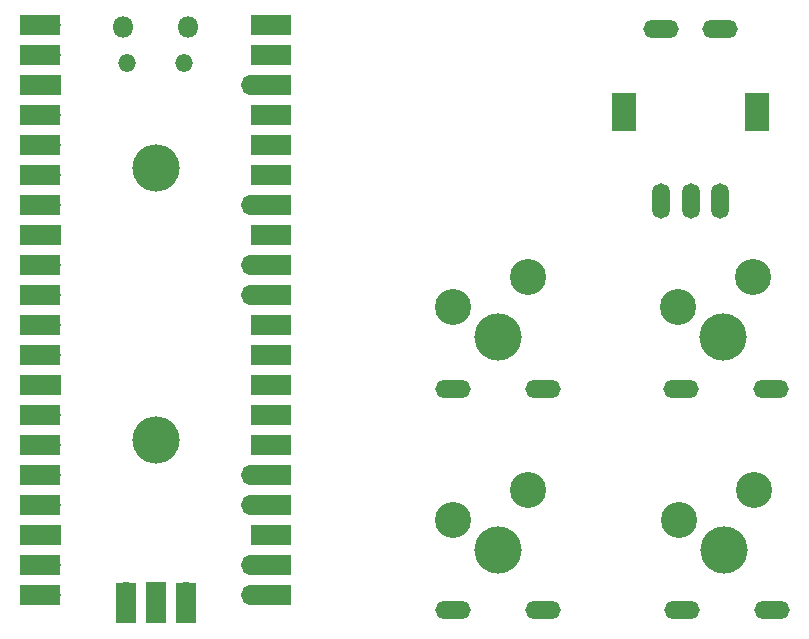
<source format=gbr>
%TF.GenerationSoftware,KiCad,Pcbnew,9.0.2*%
%TF.CreationDate,2025-07-05T11:42:38+02:00*%
%TF.ProjectId,test-stef_6_inter,74657374-2d73-4746-9566-5f365f696e74,rev?*%
%TF.SameCoordinates,Original*%
%TF.FileFunction,Soldermask,Top*%
%TF.FilePolarity,Negative*%
%FSLAX46Y46*%
G04 Gerber Fmt 4.6, Leading zero omitted, Abs format (unit mm)*
G04 Created by KiCad (PCBNEW 9.0.2) date 2025-07-05 11:42:38*
%MOMM*%
%LPD*%
G01*
G04 APERTURE LIST*
%ADD10C,3.050000*%
%ADD11C,4.000000*%
%ADD12O,1.800000X1.800000*%
%ADD13O,1.500000X1.500000*%
%ADD14O,4.000000X4.000000*%
%ADD15O,1.700000X1.700000*%
%ADD16R,3.500000X1.700000*%
%ADD17R,1.700000X1.700000*%
%ADD18O,3.400000X1.700000*%
%ADD19R,1.700000X3.500000*%
%ADD20O,3.000000X1.500000*%
%ADD21O,1.500000X3.000000*%
%ADD22R,2.000000X3.200000*%
G04 APERTURE END LIST*
D10*
%TO.C,SW5*%
X183777000Y-115040000D03*
D11*
X187587000Y-117580000D03*
D10*
X190127000Y-112500000D03*
%TD*%
%TO.C,SW1*%
X164650000Y-97000000D03*
D11*
X168460000Y-99540000D03*
D10*
X171000000Y-94460000D03*
%TD*%
D12*
%TO.C,U1*%
X136721000Y-73282000D03*
D13*
X137021000Y-76312000D03*
D14*
X139446000Y-85282000D03*
X139446000Y-108282000D03*
D13*
X141871000Y-76312000D03*
D12*
X142171000Y-73282000D03*
D15*
X130556000Y-73152000D03*
D16*
X129656000Y-73152000D03*
D15*
X130556000Y-75692000D03*
D16*
X129656000Y-75692000D03*
D17*
X130556000Y-78232000D03*
D16*
X129656000Y-78232000D03*
D15*
X130556000Y-80772000D03*
D16*
X129656000Y-80772000D03*
D15*
X130556000Y-83312000D03*
D16*
X129656000Y-83312000D03*
D15*
X130556000Y-85852000D03*
D16*
X129656000Y-85852000D03*
D15*
X130556000Y-88392000D03*
D16*
X129656000Y-88392000D03*
D17*
X130556000Y-90932000D03*
D16*
X129656000Y-90932000D03*
D15*
X130556000Y-93472000D03*
D16*
X129656000Y-93472000D03*
D15*
X130556000Y-96012000D03*
D16*
X129656000Y-96012000D03*
D15*
X130556000Y-98552000D03*
D16*
X129656000Y-98552000D03*
D15*
X130556000Y-101092000D03*
D16*
X129656000Y-101092000D03*
D17*
X130556000Y-103632000D03*
D16*
X129656000Y-103632000D03*
D15*
X130556000Y-106172000D03*
D16*
X129656000Y-106172000D03*
D15*
X130556000Y-108712000D03*
D16*
X129656000Y-108712000D03*
D15*
X130556000Y-111252000D03*
D16*
X129656000Y-111252000D03*
D15*
X130556000Y-113792000D03*
D16*
X129656000Y-113792000D03*
D17*
X130556000Y-116332000D03*
D16*
X129656000Y-116332000D03*
D15*
X130556000Y-118872000D03*
D16*
X129656000Y-118872000D03*
D15*
X130556000Y-121412000D03*
D16*
X129656000Y-121412000D03*
D18*
X148336000Y-121412000D03*
D16*
X149236000Y-121412000D03*
D18*
X148336000Y-118872000D03*
D16*
X149236000Y-118872000D03*
D17*
X148336000Y-116332000D03*
D16*
X149236000Y-116332000D03*
D18*
X148336000Y-113792000D03*
D16*
X149236000Y-113792000D03*
D18*
X148336000Y-111252000D03*
D16*
X149236000Y-111252000D03*
D15*
X148336000Y-108712000D03*
D16*
X149236000Y-108712000D03*
D15*
X148336000Y-106172000D03*
D16*
X149236000Y-106172000D03*
D17*
X148336000Y-103632000D03*
D16*
X149236000Y-103632000D03*
D15*
X148336000Y-101092000D03*
D16*
X149236000Y-101092000D03*
D15*
X148336000Y-98552000D03*
D16*
X149236000Y-98552000D03*
D18*
X148336000Y-96012000D03*
D16*
X149236000Y-96012000D03*
D18*
X148336000Y-93472000D03*
D16*
X149236000Y-93472000D03*
D17*
X148336000Y-90932000D03*
D16*
X149236000Y-90932000D03*
D18*
X148336000Y-88392000D03*
D16*
X149236000Y-88392000D03*
D15*
X148336000Y-85852000D03*
D16*
X149236000Y-85852000D03*
D15*
X148336000Y-83312000D03*
D16*
X149236000Y-83312000D03*
D15*
X148336000Y-80772000D03*
D16*
X149236000Y-80772000D03*
D18*
X148336000Y-78232000D03*
D16*
X149236000Y-78232000D03*
D15*
X148336000Y-75692000D03*
D16*
X149236000Y-75692000D03*
D15*
X148336000Y-73152000D03*
D16*
X149236000Y-73152000D03*
D15*
X136906000Y-121182000D03*
D19*
X136906000Y-122082000D03*
D17*
X139446000Y-121182000D03*
D19*
X139446000Y-122082000D03*
D15*
X141986000Y-121182000D03*
D19*
X141986000Y-122082000D03*
%TD*%
D20*
%TO.C,D5*%
X184031000Y-122660000D03*
X191651000Y-122660000D03*
%TD*%
%TO.C,D1*%
X164650000Y-103985000D03*
X172270000Y-103985000D03*
%TD*%
D10*
%TO.C,SW2*%
X183650000Y-97000000D03*
D11*
X187460000Y-99540000D03*
D10*
X190000000Y-94460000D03*
%TD*%
D21*
%TO.C,SW3*%
X182245000Y-88000000D03*
X187245000Y-88000000D03*
X184745000Y-88000000D03*
D22*
X179145000Y-80500000D03*
X190345000Y-80500000D03*
D20*
X187245000Y-73500000D03*
X182245000Y-73500000D03*
%TD*%
%TO.C,D4*%
X164650000Y-122660000D03*
X172270000Y-122660000D03*
%TD*%
%TO.C,D2*%
X183904000Y-103985000D03*
X191524000Y-103985000D03*
%TD*%
D10*
%TO.C,SW4*%
X164650000Y-115040000D03*
D11*
X168460000Y-117580000D03*
D10*
X171000000Y-112500000D03*
%TD*%
M02*

</source>
